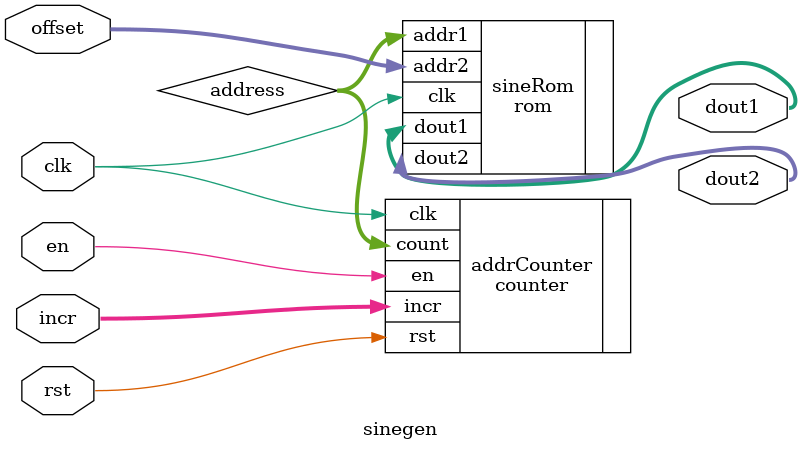
<source format=sv>
module sinegen #(
    parameter   A_WIDTH = 8,
                D_WIDTH = 8
)(
    //interface signals
    input logic             clk,    //clock
    input logic             rst,    //reset
    input logic             en,     //enable
    input logic [D_WIDTH-1:0]            incr,   //increment for addr counter
    input logic [A_WIDTH-1:0]         offset,
    output logic [D_WIDTH-1:0]           dout1,    // output data
    output logic [D_WIDTH-1:0]           dout2    // output data
);

    logic [A_WIDTH-1:0]         address; //interconnect wire
;

counter addrCounter (
    .clk (clk),
    .rst (rst),
    .en (en),
    .incr (incr),
    .count (address)
);

rom sineRom (
    .clk(clk),
    .addr1 (address),
    .addr2 (offset),
    .dout1 (dout1),
    .dout2 (dout2)
);

endmodule

</source>
